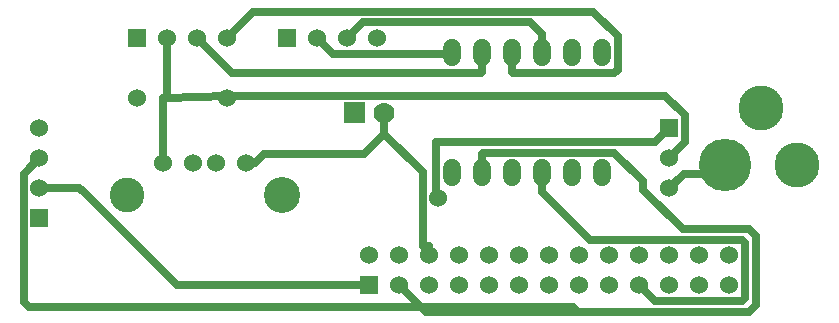
<source format=gbr>
G04 start of page 2 for group 0 idx 0 *
G04 Title: (unknown), top *
G04 Creator: pcb 20110918 *
G04 CreationDate: Sat 01 Feb 2014 02:35:45 AM GMT UTC *
G04 For: vince *
G04 Format: Gerber/RS-274X *
G04 PCB-Dimensions: 300000 110000 *
G04 PCB-Coordinate-Origin: lower left *
%MOIN*%
%FSLAX25Y25*%
%LNTOP*%
%ADD24C,0.1100*%
%ADD23C,0.1250*%
%ADD22C,0.0280*%
%ADD21C,0.0905*%
%ADD20C,0.0380*%
%ADD19C,0.0350*%
%ADD18C,0.1500*%
%ADD17C,0.1750*%
%ADD16C,0.0700*%
%ADD15C,0.1155*%
%ADD14C,0.0001*%
%ADD13C,0.1205*%
%ADD12C,0.0600*%
%ADD11C,0.0250*%
G54D11*X192875Y7750D02*X194375Y6250D01*
X215000Y15000D02*X220250Y9750D01*
X249125D02*X220250D01*
X251500Y6250D02*X194375D01*
X250250Y10875D02*X249125Y9750D01*
X253750Y8500D02*X251500Y6250D01*
Y33750D02*X253750Y31500D01*
X249125Y30250D02*X250250Y29125D01*
Y10875D01*
X253750Y31500D02*Y8500D01*
X243500Y55000D02*Y52250D01*
Y55000D02*Y52250D01*
Y55000D02*Y52250D01*
X249125Y30250D02*X198375D01*
X251500Y33750D02*X229375D01*
X225000Y67500D02*X220250Y62750D01*
X229750Y52250D02*X225000Y47500D01*
X206625Y59250D02*X216250Y49625D01*
X220250Y62750D03*
X230250D02*X225000Y57500D01*
X243500Y52250D02*X229750D01*
X216250Y46875D02*X229375Y33750D01*
X216250Y49625D02*Y46875D01*
X130000Y65585D02*X142750Y52835D01*
X147250Y62750D02*Y44000D01*
X148000D02*X147250D01*
X148000D02*X147250D01*
X148000D02*X147250D01*
X145000Y28000D02*X142750D01*
X145000D02*X142750D01*
X145000D02*X142750D01*
X162500Y86125D02*X162125Y85750D01*
X162500Y91000D02*Y86125D01*
X130000Y72500D02*Y65585D01*
X123085Y58670D01*
X162500Y58875D02*Y54000D01*
X142750Y52835D02*Y28000D01*
X220250Y62750D02*X147250D01*
X162875Y59250D02*X162500Y58875D01*
X182500Y51000D02*Y46125D01*
X206625Y59250D02*X162875D01*
X223625Y78250D02*X230250Y71625D01*
X207750Y86875D02*X206625Y85750D01*
X199625Y106250D02*X207750Y98125D01*
Y86875D01*
X230250Y71625D02*Y62750D01*
X178625Y102750D02*X182500Y98875D01*
X178625Y102750D02*X122750D01*
X199625Y106250D02*X86250D01*
X152500Y92250D02*X112750D01*
X182500Y98875D02*Y94000D01*
X172500Y91000D02*Y86125D01*
X162125Y85750D02*X79250D01*
X172875D02*X172500Y86125D01*
X206625Y85750D02*X172875D01*
X223625Y78250D02*X77500D01*
Y77500D01*
X123085Y58670D02*X89777D01*
X57500Y77500D02*X56223D01*
X57500Y97500D02*Y77500D01*
X28225Y47500D02*X29750Y45975D01*
X15000Y57500D02*X9750Y52250D01*
X77500Y78250D02*X57500Y77500D01*
X107500Y97500D02*X112750Y92250D01*
X67500Y97500D02*X79250Y85750D01*
X86250Y106250D02*X77500Y97500D01*
X122750Y102750D02*X117500Y97500D01*
X77500Y77500D02*Y78250D01*
X28225Y47500D02*X15000D01*
X57500Y77500D02*X56223D01*
Y55670D01*
X89777Y58670D02*X86777Y55670D01*
X135000Y15000D02*X143750Y6250D01*
X83777Y55670D02*X86777D01*
X83777D02*X86777D01*
X83777D01*
X145000Y25000D02*Y28000D01*
Y25000D02*Y28000D01*
X192875Y7750D02*X11375D01*
X145000Y25000D02*Y28000D01*
Y25000D02*Y28000D01*
X125000Y15000D02*X60725D01*
X145000Y28000D02*Y25000D01*
X194375Y6250D02*X143750D01*
X182500Y46125D02*X198375Y30250D01*
X9750Y9375D02*X11375Y7750D01*
X9750Y52250D02*Y9375D01*
X29750Y45975D02*X60725Y15000D01*
G54D12*X162500Y52500D03*
Y92500D03*
X152500D03*
X172500Y52500D03*
Y92500D03*
X182500Y52500D03*
Y92500D03*
X192500Y52500D03*
X202500D03*
X192500Y92500D03*
X155000Y15000D03*
Y25000D03*
X165000Y15000D03*
Y25000D03*
X175000Y15000D03*
Y25000D03*
X185000Y15000D03*
Y25000D03*
X195000Y15000D03*
Y25000D03*
X83777Y55670D03*
G54D13*X95850Y45000D03*
G54D14*G36*
X116500Y76000D02*Y69000D01*
X123500D01*
Y76000D01*
X116500D01*
G37*
G54D12*X56223Y55670D03*
X66063D03*
X73937D03*
G54D15*X44150Y45000D03*
G54D12*X77500Y77500D03*
X47500D03*
G54D14*G36*
X12000Y40500D02*Y34500D01*
X18000D01*
Y40500D01*
X12000D01*
G37*
G54D12*X15000Y47500D03*
Y57500D03*
Y67500D03*
G54D14*G36*
X94500Y100500D02*Y94500D01*
X100500D01*
Y100500D01*
X94500D01*
G37*
G54D12*X107500Y97500D03*
X117500D03*
X127500D03*
G54D14*G36*
X44500Y100500D02*Y94500D01*
X50500D01*
Y100500D01*
X44500D01*
G37*
G54D12*X57500Y97500D03*
X67500D03*
X77500D03*
X152500Y52500D03*
G54D16*X130000Y72500D03*
G54D14*G36*
X122000Y18000D02*Y12000D01*
X128000D01*
Y18000D01*
X122000D01*
G37*
G54D12*X125000Y25000D03*
X135000Y15000D03*
Y25000D03*
X145000Y15000D03*
Y25000D03*
X202500Y92500D03*
G54D14*G36*
X222000Y70500D02*Y64500D01*
X228000D01*
Y70500D01*
X222000D01*
G37*
G54D12*X225000Y57500D03*
Y47500D03*
X205000Y15000D03*
Y25000D03*
G54D17*X243500Y55000D03*
G54D18*X267500D03*
X255500Y74000D03*
G54D12*X215000Y15000D03*
X225000D03*
X235000D03*
X215000Y25000D03*
X225000D03*
X235000D03*
X245000Y15000D03*
Y25000D03*
X202500Y94000D02*Y91000D01*
X192500Y94000D02*Y91000D01*
X182500Y94000D02*Y91000D01*
X172500Y94000D02*Y91000D01*
X162500Y94000D02*Y91000D01*
X152500Y94000D02*Y91000D01*
X172500Y54000D02*Y51000D01*
X182500Y54000D02*Y51000D01*
X152500Y54000D02*Y51000D01*
X162500Y54000D02*Y51000D01*
X192500Y54000D02*Y51000D01*
X202500Y54000D02*Y51000D01*
X148000Y44000D03*
G54D19*G54D20*G54D21*G54D22*G54D20*G54D21*G54D22*G54D20*G54D23*G54D20*G54D23*G54D19*G54D22*G54D20*G54D19*G54D20*G54D23*G54D24*G54D23*G54D20*G54D23*G54D20*M02*

</source>
